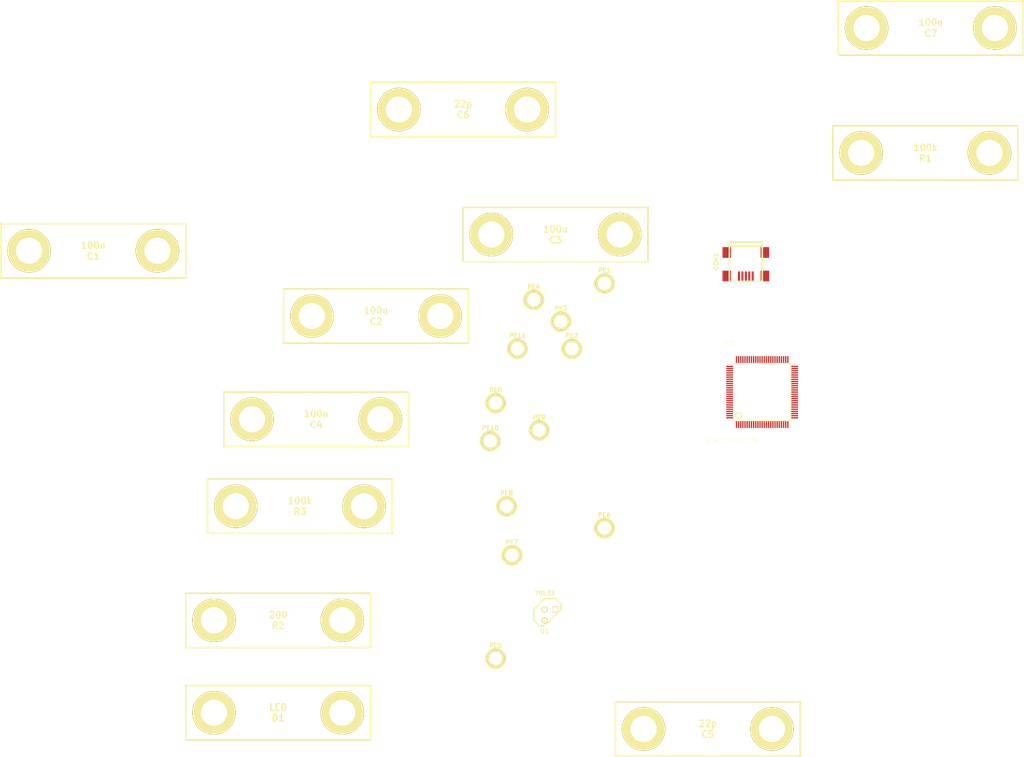
<source format=kicad_pcb>
(kicad_pcb (version 3) (host pcbnew "(2013-may-18)-stable")

  (general
    (links 44)
    (no_connects 44)
    (area 71.945499 78.295499 357.314501 255.714501)
    (thickness 1.6)
    (drawings 0)
    (tracks 0)
    (zones 0)
    (modules 26)
    (nets 25)
  )

  (page A3)
  (layers
    (15 F.Cu signal)
    (0 B.Cu signal)
    (16 B.Adhes user)
    (17 F.Adhes user)
    (18 B.Paste user)
    (19 F.Paste user)
    (20 B.SilkS user)
    (21 F.SilkS user)
    (22 B.Mask user)
    (23 F.Mask user)
    (24 Dwgs.User user)
    (25 Cmts.User user)
    (26 Eco1.User user)
    (27 Eco2.User user)
    (28 Edge.Cuts user)
  )

  (setup
    (last_trace_width 0.254)
    (trace_clearance 0.254)
    (zone_clearance 0.508)
    (zone_45_only no)
    (trace_min 0.254)
    (segment_width 0.2)
    (edge_width 0.1)
    (via_size 0.889)
    (via_drill 0.635)
    (via_min_size 0.889)
    (via_min_drill 0.508)
    (uvia_size 0.508)
    (uvia_drill 0.127)
    (uvias_allowed no)
    (uvia_min_size 0.508)
    (uvia_min_drill 0.127)
    (pcb_text_width 0.3)
    (pcb_text_size 1.5 1.5)
    (mod_edge_width 0.15)
    (mod_text_size 1 1)
    (mod_text_width 0.15)
    (pad_size 1.5 1.5)
    (pad_drill 0.6)
    (pad_to_mask_clearance 0)
    (aux_axis_origin 0 0)
    (visible_elements FFFFFFBF)
    (pcbplotparams
      (layerselection 3178497)
      (usegerberextensions true)
      (excludeedgelayer true)
      (linewidth 0.150000)
      (plotframeref false)
      (viasonmask false)
      (mode 1)
      (useauxorigin false)
      (hpglpennumber 1)
      (hpglpenspeed 20)
      (hpglpendiameter 15)
      (hpglpenoverlay 2)
      (psnegative false)
      (psa4output false)
      (plotreference true)
      (plotvalue true)
      (plotothertext true)
      (plotinvisibletext false)
      (padsonsilk false)
      (subtractmaskfromsilk false)
      (outputformat 1)
      (mirror false)
      (drillshape 1)
      (scaleselection 1)
      (outputdirectory ""))
  )

  (net 0 "")
  (net 1 GND)
  (net 2 N-000001)
  (net 3 N-0000010)
  (net 4 N-0000011)
  (net 5 N-0000012)
  (net 6 N-0000013)
  (net 7 N-0000014)
  (net 8 N-0000015)
  (net 9 N-0000016)
  (net 10 N-0000018)
  (net 11 N-0000019)
  (net 12 N-0000020)
  (net 13 N-0000021)
  (net 14 N-0000023)
  (net 15 N-0000024)
  (net 16 N-000004)
  (net 17 N-0000045)
  (net 18 N-000005)
  (net 19 N-000006)
  (net 20 N-000007)
  (net 21 N-000008)
  (net 22 N-000009)
  (net 23 USB_DM)
  (net 24 USB_DP)

  (net_class Default "This is the default net class."
    (clearance 0.254)
    (trace_width 0.254)
    (via_dia 0.889)
    (via_drill 0.635)
    (uvia_dia 0.508)
    (uvia_drill 0.127)
    (add_net "")
    (add_net GND)
    (add_net N-000001)
    (add_net N-0000010)
    (add_net N-0000011)
    (add_net N-0000012)
    (add_net N-0000013)
    (add_net N-0000014)
    (add_net N-0000015)
    (add_net N-0000016)
    (add_net N-0000018)
    (add_net N-0000019)
    (add_net N-0000020)
    (add_net N-0000021)
    (add_net N-0000023)
    (add_net N-0000024)
    (add_net N-000004)
    (add_net N-0000045)
    (add_net N-000005)
    (add_net N-000006)
    (add_net N-000007)
    (add_net N-000008)
    (add_net N-000009)
    (add_net USB_DM)
    (add_net USB_DP)
  )

  (module USB_MINI_B (layer F.Cu) (tedit 505F99F2) (tstamp 588599FD)
    (at 246.38 139.7 270)
    (descr "USB Mini-B 5-pin SMD connector")
    (tags "USB, Mini-B, connector")
    (path /5883EC2D)
    (fp_text reference CON1 (at 0 6.90118 270) (layer F.SilkS)
      (effects (font (size 1.016 1.016) (thickness 0.2032)))
    )
    (fp_text value USB-MINI-B (at 0 -7.0993 270) (layer F.SilkS) hide
      (effects (font (size 1.016 1.016) (thickness 0.2032)))
    )
    (fp_line (start -3.59918 -3.85064) (end -3.59918 3.85064) (layer F.SilkS) (width 0.381))
    (fp_line (start -4.59994 -3.85064) (end -4.59994 3.85064) (layer F.SilkS) (width 0.381))
    (fp_line (start -4.59994 3.85064) (end 4.59994 3.85064) (layer F.SilkS) (width 0.381))
    (fp_line (start 4.59994 3.85064) (end 4.59994 -3.85064) (layer F.SilkS) (width 0.381))
    (fp_line (start 4.59994 -3.85064) (end -4.59994 -3.85064) (layer F.SilkS) (width 0.381))
    (pad 1 smd rect (at 3.44932 -1.6002 270) (size 2.30124 0.50038)
      (layers F.Cu F.Paste F.Mask)
      (net 14 N-0000023)
    )
    (pad 2 smd rect (at 3.44932 -0.8001 270) (size 2.30124 0.50038)
      (layers F.Cu F.Paste F.Mask)
      (net 23 USB_DM)
    )
    (pad 3 smd rect (at 3.44932 0 270) (size 2.30124 0.50038)
      (layers F.Cu F.Paste F.Mask)
      (net 24 USB_DP)
    )
    (pad 4 smd rect (at 3.44932 0.8001 270) (size 2.30124 0.50038)
      (layers F.Cu F.Paste F.Mask)
    )
    (pad 5 smd rect (at 3.44932 1.6002 270) (size 2.30124 0.50038)
      (layers F.Cu F.Paste F.Mask)
      (net 1 GND)
    )
    (pad 6 smd rect (at 3.35026 -4.45008 270) (size 2.49936 1.99898)
      (layers F.Cu F.Paste F.Mask)
    )
    (pad 7 smd rect (at -2.14884 -4.45008 270) (size 2.49936 1.99898)
      (layers F.Cu F.Paste F.Mask)
    )
    (pad 8 smd rect (at 3.35026 4.45008 270) (size 2.49936 1.99898)
      (layers F.Cu F.Paste F.Mask)
    )
    (pad 9 smd rect (at -2.14884 4.45008 270) (size 2.49936 1.99898)
      (layers F.Cu F.Paste F.Mask)
    )
    (pad "" np_thru_hole circle (at 0.8509 -2.19964 270) (size 0.89916 0.89916) (drill 0.89916)
      (layers *.Cu *.Mask F.SilkS)
    )
    (pad 2 np_thru_hole circle (at 0.8509 2.19964 270) (size 0.89916 0.89916) (drill 0.89916)
      (layers *.Cu *.Mask F.SilkS)
      (net 23 USB_DM)
    )
  )

  (module TO92 (layer F.Cu) (tedit 443CFFD1) (tstamp 58859A0C)
    (at 200.66 222.25)
    (descr "Transistor TO92 brochage type BC237")
    (tags "TR TO92")
    (path /588501DC)
    (fp_text reference U1 (at -1.27 3.81) (layer F.SilkS)
      (effects (font (size 1.016 1.016) (thickness 0.2032)))
    )
    (fp_text value 78L33 (at -1.27 -5.08) (layer F.SilkS)
      (effects (font (size 1.016 1.016) (thickness 0.2032)))
    )
    (fp_line (start -1.27 2.54) (end 2.54 -1.27) (layer F.SilkS) (width 0.3048))
    (fp_line (start 2.54 -1.27) (end 2.54 -2.54) (layer F.SilkS) (width 0.3048))
    (fp_line (start 2.54 -2.54) (end 1.27 -3.81) (layer F.SilkS) (width 0.3048))
    (fp_line (start 1.27 -3.81) (end -1.27 -3.81) (layer F.SilkS) (width 0.3048))
    (fp_line (start -1.27 -3.81) (end -3.81 -1.27) (layer F.SilkS) (width 0.3048))
    (fp_line (start -3.81 -1.27) (end -3.81 1.27) (layer F.SilkS) (width 0.3048))
    (fp_line (start -3.81 1.27) (end -2.54 2.54) (layer F.SilkS) (width 0.3048))
    (fp_line (start -2.54 2.54) (end -1.27 2.54) (layer F.SilkS) (width 0.3048))
    (pad 1 thru_hole rect (at 1.27 -1.27) (size 1.397 1.397) (drill 0.8128)
      (layers *.Cu *.Mask F.SilkS)
    )
    (pad 2 thru_hole circle (at -1.27 -1.27) (size 1.397 1.397) (drill 0.8128)
      (layers *.Cu *.Mask F.SilkS)
    )
    (pad 3 thru_hole circle (at -1.27 1.27) (size 1.397 1.397) (drill 0.8128)
      (layers *.Cu *.Mask F.SilkS)
    )
    (model discret/to98.wrl
      (at (xyz 0 0 0))
      (scale (xyz 1 1 1))
      (rotate (xyz 0 0 0))
    )
  )

  (module QFP50P1600X1600X160-100N (layer F.Cu) (tedit 0) (tstamp 58859AE1)
    (at 250.19 170.18)
    (path /5883E13E)
    (solder_mask_margin 0.1)
    (attr smd)
    (fp_text reference IC1 (at -7.62 -11.43) (layer F.SilkS)
      (effects (font (size 1 1) (thickness 0.05)))
    )
    (fp_text value STM32F407VGT6 (at -6.985 11.43) (layer F.SilkS)
      (effects (font (size 1 1) (thickness 0.05)))
    )
    (fp_line (start -6.91 6.91) (end 6.91 6.91) (layer Dwgs.User) (width 0.2032))
    (fp_line (start 6.91 6.91) (end 6.91 -6.91) (layer Dwgs.User) (width 0.2032))
    (fp_line (start 6.91 -6.91) (end -6.91 -6.91) (layer Dwgs.User) (width 0.2032))
    (fp_line (start -6.91 -6.91) (end -6.91 6.91) (layer Dwgs.User) (width 0.2032))
    (fp_line (start -6.72 -6.71) (end 6.71 -6.71) (layer F.SilkS) (width 0.2032))
    (fp_line (start 6.71 -6.71) (end 6.71 6.71) (layer F.SilkS) (width 0.2032))
    (fp_line (start 6.71 6.71) (end -6.72 6.71) (layer F.SilkS) (width 0.2032))
    (fp_line (start -6.72 6.71) (end -6.72 -6.71) (layer F.SilkS) (width 0.2032))
    (fp_circle (center -5.5001 5.5001) (end -4.7501 5.5001) (layer F.SilkS) (width 0.254))
    (fp_poly (pts (xy -6.1501 6.9499) (xy -5.8499 6.9499) (xy -5.8499 7.8999) (xy -6.1501 7.8999)) (layer Dwgs.User) (width 0.381))
    (fp_poly (pts (xy -5.65 6.9499) (xy -5.35 6.9499) (xy -5.35 7.8999) (xy -5.65 7.8999)) (layer Dwgs.User) (width 0.381))
    (fp_poly (pts (xy -5.1501 6.9499) (xy -4.8499 6.9499) (xy -4.8499 7.8999) (xy -5.1501 7.8999)) (layer Dwgs.User) (width 0.381))
    (fp_poly (pts (xy -4.65 6.9499) (xy -4.35 6.9499) (xy -4.35 7.8999) (xy -4.65 7.8999)) (layer Dwgs.User) (width 0.381))
    (fp_poly (pts (xy -4.1501 6.9499) (xy -3.8499 6.9499) (xy -3.8499 7.8999) (xy -4.1501 7.8999)) (layer Dwgs.User) (width 0.381))
    (fp_poly (pts (xy -3.65 6.9499) (xy -3.35 6.9499) (xy -3.35 7.8999) (xy -3.65 7.8999)) (layer Dwgs.User) (width 0.381))
    (fp_poly (pts (xy -3.1501 6.9499) (xy -2.8499 6.9499) (xy -2.8499 7.8999) (xy -3.1501 7.8999)) (layer Dwgs.User) (width 0.381))
    (fp_poly (pts (xy -2.65 6.9499) (xy -2.35 6.9499) (xy -2.35 7.8999) (xy -2.65 7.8999)) (layer Dwgs.User) (width 0.381))
    (fp_poly (pts (xy -2.1501 6.9499) (xy -1.8499 6.9499) (xy -1.8499 7.8999) (xy -2.1501 7.8999)) (layer Dwgs.User) (width 0.381))
    (fp_poly (pts (xy -1.65 6.9499) (xy -1.35 6.9499) (xy -1.35 7.8999) (xy -1.65 7.8999)) (layer Dwgs.User) (width 0.381))
    (fp_poly (pts (xy -1.1501 6.9499) (xy -0.8499 6.9499) (xy -0.8499 7.8999) (xy -1.1501 7.8999)) (layer Dwgs.User) (width 0.381))
    (fp_poly (pts (xy -0.65 6.9499) (xy -0.35 6.9499) (xy -0.35 7.8999) (xy -0.65 7.8999)) (layer Dwgs.User) (width 0.381))
    (fp_poly (pts (xy -0.1501 6.9499) (xy 0.1501 6.9499) (xy 0.1501 7.8999) (xy -0.1501 7.8999)) (layer Dwgs.User) (width 0.381))
    (fp_poly (pts (xy 0.35 6.9499) (xy 0.65 6.9499) (xy 0.65 7.8999) (xy 0.35 7.8999)) (layer Dwgs.User) (width 0.381))
    (fp_poly (pts (xy 0.8499 6.9499) (xy 1.1501 6.9499) (xy 1.1501 7.8999) (xy 0.8499 7.8999)) (layer Dwgs.User) (width 0.381))
    (fp_poly (pts (xy 1.35 6.9499) (xy 1.65 6.9499) (xy 1.65 7.8999) (xy 1.35 7.8999)) (layer Dwgs.User) (width 0.381))
    (fp_poly (pts (xy 1.8499 6.9499) (xy 2.1501 6.9499) (xy 2.1501 7.8999) (xy 1.8499 7.8999)) (layer Dwgs.User) (width 0.381))
    (fp_poly (pts (xy 2.35 6.9499) (xy 2.65 6.9499) (xy 2.65 7.8999) (xy 2.35 7.8999)) (layer Dwgs.User) (width 0.381))
    (fp_poly (pts (xy 2.8499 6.9499) (xy 3.1501 6.9499) (xy 3.1501 7.8999) (xy 2.8499 7.8999)) (layer Dwgs.User) (width 0.381))
    (fp_poly (pts (xy 3.35 6.9499) (xy 3.65 6.9499) (xy 3.65 7.8999) (xy 3.35 7.8999)) (layer Dwgs.User) (width 0.381))
    (fp_poly (pts (xy 3.8499 6.9499) (xy 4.1501 6.9499) (xy 4.1501 7.8999) (xy 3.8499 7.8999)) (layer Dwgs.User) (width 0.381))
    (fp_poly (pts (xy 4.35 6.9499) (xy 4.65 6.9499) (xy 4.65 7.8999) (xy 4.35 7.8999)) (layer Dwgs.User) (width 0.381))
    (fp_poly (pts (xy 4.8499 6.9499) (xy 5.1501 6.9499) (xy 5.1501 7.8999) (xy 4.8499 7.8999)) (layer Dwgs.User) (width 0.381))
    (fp_poly (pts (xy 5.35 6.9499) (xy 5.65 6.9499) (xy 5.65 7.8999) (xy 5.35 7.8999)) (layer Dwgs.User) (width 0.381))
    (fp_poly (pts (xy 5.8499 6.9499) (xy 6.1501 6.9499) (xy 6.1501 7.8999) (xy 5.8499 7.8999)) (layer Dwgs.User) (width 0.381))
    (fp_poly (pts (xy 6.9499 5.8499) (xy 7.8999 5.8499) (xy 7.8999 6.1501) (xy 6.9499 6.1501)) (layer Dwgs.User) (width 0.381))
    (fp_poly (pts (xy 6.9499 5.35) (xy 7.8999 5.35) (xy 7.8999 5.65) (xy 6.9499 5.65)) (layer Dwgs.User) (width 0.381))
    (fp_poly (pts (xy 6.9499 4.8499) (xy 7.8999 4.8499) (xy 7.8999 5.1501) (xy 6.9499 5.1501)) (layer Dwgs.User) (width 0.381))
    (fp_poly (pts (xy 6.9499 4.35) (xy 7.8999 4.35) (xy 7.8999 4.65) (xy 6.9499 4.65)) (layer Dwgs.User) (width 0.381))
    (fp_poly (pts (xy 6.9499 3.8499) (xy 7.8999 3.8499) (xy 7.8999 4.1501) (xy 6.9499 4.1501)) (layer Dwgs.User) (width 0.381))
    (fp_poly (pts (xy 6.9499 3.35) (xy 7.8999 3.35) (xy 7.8999 3.65) (xy 6.9499 3.65)) (layer Dwgs.User) (width 0.381))
    (fp_poly (pts (xy 6.9499 2.8499) (xy 7.8999 2.8499) (xy 7.8999 3.1501) (xy 6.9499 3.1501)) (layer Dwgs.User) (width 0.381))
    (fp_poly (pts (xy 6.9499 2.35) (xy 7.8999 2.35) (xy 7.8999 2.65) (xy 6.9499 2.65)) (layer Dwgs.User) (width 0.381))
    (fp_poly (pts (xy 6.9499 1.8499) (xy 7.8999 1.8499) (xy 7.8999 2.1501) (xy 6.9499 2.1501)) (layer Dwgs.User) (width 0.381))
    (fp_poly (pts (xy 6.9499 1.35) (xy 7.8999 1.35) (xy 7.8999 1.65) (xy 6.9499 1.65)) (layer Dwgs.User) (width 0.381))
    (fp_poly (pts (xy 6.9499 0.8499) (xy 7.8999 0.8499) (xy 7.8999 1.1501) (xy 6.9499 1.1501)) (layer Dwgs.User) (width 0.381))
    (fp_poly (pts (xy 6.9499 0.35) (xy 7.8999 0.35) (xy 7.8999 0.65) (xy 6.9499 0.65)) (layer Dwgs.User) (width 0.381))
    (fp_poly (pts (xy 6.9499 -0.1501) (xy 7.8999 -0.1501) (xy 7.8999 0.1501) (xy 6.9499 0.1501)) (layer Dwgs.User) (width 0.381))
    (fp_poly (pts (xy 6.9499 -0.65) (xy 7.8999 -0.65) (xy 7.8999 -0.35) (xy 6.9499 -0.35)) (layer Dwgs.User) (width 0.381))
    (fp_poly (pts (xy 6.9499 -1.1501) (xy 7.8999 -1.1501) (xy 7.8999 -0.8499) (xy 6.9499 -0.8499)) (layer Dwgs.User) (width 0.381))
    (fp_poly (pts (xy 6.9499 -1.65) (xy 7.8999 -1.65) (xy 7.8999 -1.35) (xy 6.9499 -1.35)) (layer Dwgs.User) (width 0.381))
    (fp_poly (pts (xy 6.9499 -2.1501) (xy 7.8999 -2.1501) (xy 7.8999 -1.8499) (xy 6.9499 -1.8499)) (layer Dwgs.User) (width 0.381))
    (fp_poly (pts (xy 6.9499 -2.65) (xy 7.8999 -2.65) (xy 7.8999 -2.35) (xy 6.9499 -2.35)) (layer Dwgs.User) (width 0.381))
    (fp_poly (pts (xy 6.9499 -3.1501) (xy 7.8999 -3.1501) (xy 7.8999 -2.8499) (xy 6.9499 -2.8499)) (layer Dwgs.User) (width 0.381))
    (fp_poly (pts (xy 6.9499 -3.65) (xy 7.8999 -3.65) (xy 7.8999 -3.35) (xy 6.9499 -3.35)) (layer Dwgs.User) (width 0.381))
    (fp_poly (pts (xy 6.9499 -4.1501) (xy 7.8999 -4.1501) (xy 7.8999 -3.8499) (xy 6.9499 -3.8499)) (layer Dwgs.User) (width 0.381))
    (fp_poly (pts (xy 6.9499 -4.65) (xy 7.8999 -4.65) (xy 7.8999 -4.35) (xy 6.9499 -4.35)) (layer Dwgs.User) (width 0.381))
    (fp_poly (pts (xy 6.9499 -5.1501) (xy 7.8999 -5.1501) (xy 7.8999 -4.8499) (xy 6.9499 -4.8499)) (layer Dwgs.User) (width 0.381))
    (fp_poly (pts (xy 6.9499 -5.65) (xy 7.8999 -5.65) (xy 7.8999 -5.35) (xy 6.9499 -5.35)) (layer Dwgs.User) (width 0.381))
    (fp_poly (pts (xy 6.9499 -6.1501) (xy 7.8999 -6.1501) (xy 7.8999 -5.8499) (xy 6.9499 -5.8499)) (layer Dwgs.User) (width 0.381))
    (fp_poly (pts (xy 5.8499 -7.8999) (xy 6.1501 -7.8999) (xy 6.1501 -6.9499) (xy 5.8499 -6.9499)) (layer Dwgs.User) (width 0.381))
    (fp_poly (pts (xy 5.35 -7.8999) (xy 5.65 -7.8999) (xy 5.65 -6.9499) (xy 5.35 -6.9499)) (layer Dwgs.User) (width 0.381))
    (fp_poly (pts (xy 4.8499 -7.8999) (xy 5.1501 -7.8999) (xy 5.1501 -6.9499) (xy 4.8499 -6.9499)) (layer Dwgs.User) (width 0.381))
    (fp_poly (pts (xy 4.35 -7.8999) (xy 4.65 -7.8999) (xy 4.65 -6.9499) (xy 4.35 -6.9499)) (layer Dwgs.User) (width 0.381))
    (fp_poly (pts (xy 3.8499 -7.8999) (xy 4.1501 -7.8999) (xy 4.1501 -6.9499) (xy 3.8499 -6.9499)) (layer Dwgs.User) (width 0.381))
    (fp_poly (pts (xy 3.35 -7.8999) (xy 3.65 -7.8999) (xy 3.65 -6.9499) (xy 3.35 -6.9499)) (layer Dwgs.User) (width 0.381))
    (fp_poly (pts (xy 2.8499 -7.8999) (xy 3.1501 -7.8999) (xy 3.1501 -6.9499) (xy 2.8499 -6.9499)) (layer Dwgs.User) (width 0.381))
    (fp_poly (pts (xy 2.35 -7.8999) (xy 2.65 -7.8999) (xy 2.65 -6.9499) (xy 2.35 -6.9499)) (layer Dwgs.User) (width 0.381))
    (fp_poly (pts (xy 1.8499 -7.8999) (xy 2.1501 -7.8999) (xy 2.1501 -6.9499) (xy 1.8499 -6.9499)) (layer Dwgs.User) (width 0.381))
    (fp_poly (pts (xy 1.35 -7.8999) (xy 1.65 -7.8999) (xy 1.65 -6.9499) (xy 1.35 -6.9499)) (layer Dwgs.User) (width 0.381))
    (fp_poly (pts (xy 0.8499 -7.8999) (xy 1.1501 -7.8999) (xy 1.1501 -6.9499) (xy 0.8499 -6.9499)) (layer Dwgs.User) (width 0.381))
    (fp_poly (pts (xy 0.35 -7.8999) (xy 0.65 -7.8999) (xy 0.65 -6.9499) (xy 0.35 -6.9499)) (layer Dwgs.User) (width 0.381))
    (fp_poly (pts (xy -0.1501 -7.8999) (xy 0.1501 -7.8999) (xy 0.1501 -6.9499) (xy -0.1501 -6.9499)) (layer Dwgs.User) (width 0.381))
    (fp_poly (pts (xy -0.65 -7.8999) (xy -0.35 -7.8999) (xy -0.35 -6.9499) (xy -0.65 -6.9499)) (layer Dwgs.User) (width 0.381))
    (fp_poly (pts (xy -1.1501 -7.8999) (xy -0.8499 -7.8999) (xy -0.8499 -6.9499) (xy -1.1501 -6.9499)) (layer Dwgs.User) (width 0.381))
    (fp_poly (pts (xy -1.65 -7.8999) (xy -1.35 -7.8999) (xy -1.35 -6.9499) (xy -1.65 -6.9499)) (layer Dwgs.User) (width 0.381))
    (fp_poly (pts (xy -2.1501 -7.8999) (xy -1.8499 -7.8999) (xy -1.8499 -6.9499) (xy -2.1501 -6.9499)) (layer Dwgs.User) (width 0.381))
    (fp_poly (pts (xy -2.65 -7.8999) (xy -2.35 -7.8999) (xy -2.35 -6.9499) (xy -2.65 -6.9499)) (layer Dwgs.User) (width 0.381))
    (fp_poly (pts (xy -3.1501 -7.8999) (xy -2.8499 -7.8999) (xy -2.8499 -6.9499) (xy -3.1501 -6.9499)) (layer Dwgs.User) (width 0.381))
    (fp_poly (pts (xy -3.65 -7.8999) (xy -3.35 -7.8999) (xy -3.35 -6.9499) (xy -3.65 -6.9499)) (layer Dwgs.User) (width 0.381))
    (fp_poly (pts (xy -4.1501 -7.8999) (xy -3.8499 -7.8999) (xy -3.8499 -6.9499) (xy -4.1501 -6.9499)) (layer Dwgs.User) (width 0.381))
    (fp_poly (pts (xy -4.65 -7.8999) (xy -4.35 -7.8999) (xy -4.35 -6.9499) (xy -4.65 -6.9499)) (layer Dwgs.User) (width 0.381))
    (fp_poly (pts (xy -5.1501 -7.8999) (xy -4.8499 -7.8999) (xy -4.8499 -6.9499) (xy -5.1501 -6.9499)) (layer Dwgs.User) (width 0.381))
    (fp_poly (pts (xy -5.65 -7.8999) (xy -5.35 -7.8999) (xy -5.35 -6.9499) (xy -5.65 -6.9499)) (layer Dwgs.User) (width 0.381))
    (fp_poly (pts (xy -6.1501 -7.8999) (xy -5.8499 -7.8999) (xy -5.8499 -6.9499) (xy -6.1501 -6.9499)) (layer Dwgs.User) (width 0.381))
    (fp_poly (pts (xy -7.8999 -6.1501) (xy -6.9499 -6.1501) (xy -6.9499 -5.8499) (xy -7.8999 -5.8499)) (layer Dwgs.User) (width 0.381))
    (fp_poly (pts (xy -7.8999 -5.65) (xy -6.9499 -5.65) (xy -6.9499 -5.35) (xy -7.8999 -5.35)) (layer Dwgs.User) (width 0.381))
    (fp_poly (pts (xy -7.8999 -5.1501) (xy -6.9499 -5.1501) (xy -6.9499 -4.8499) (xy -7.8999 -4.8499)) (layer Dwgs.User) (width 0.381))
    (fp_poly (pts (xy -7.8999 -4.65) (xy -6.9499 -4.65) (xy -6.9499 -4.35) (xy -7.8999 -4.35)) (layer Dwgs.User) (width 0.381))
    (fp_poly (pts (xy -7.8999 -4.1501) (xy -6.9499 -4.1501) (xy -6.9499 -3.8499) (xy -7.8999 -3.8499)) (layer Dwgs.User) (width 0.381))
    (fp_poly (pts (xy -7.8999 -3.65) (xy -6.9499 -3.65) (xy -6.9499 -3.35) (xy -7.8999 -3.35)) (layer Dwgs.User) (width 0.381))
    (fp_poly (pts (xy -7.8999 -3.1501) (xy -6.9499 -3.1501) (xy -6.9499 -2.8499) (xy -7.8999 -2.8499)) (layer Dwgs.User) (width 0.381))
    (fp_poly (pts (xy -7.8999 -2.65) (xy -6.9499 -2.65) (xy -6.9499 -2.35) (xy -7.8999 -2.35)) (layer Dwgs.User) (width 0.381))
    (fp_poly (pts (xy -7.8999 -2.1501) (xy -6.9499 -2.1501) (xy -6.9499 -1.8499) (xy -7.8999 -1.8499)) (layer Dwgs.User) (width 0.381))
    (fp_poly (pts (xy -7.8999 -1.65) (xy -6.9499 -1.65) (xy -6.9499 -1.35) (xy -7.8999 -1.35)) (layer Dwgs.User) (width 0.381))
    (fp_poly (pts (xy -7.8999 -1.1501) (xy -6.9499 -1.1501) (xy -6.9499 -0.8499) (xy -7.8999 -0.8499)) (layer Dwgs.User) (width 0.381))
    (fp_poly (pts (xy -7.8999 -0.65) (xy -6.9499 -0.65) (xy -6.9499 -0.35) (xy -7.8999 -0.35)) (layer Dwgs.User) (width 0.381))
    (fp_poly (pts (xy -7.8999 -0.1501) (xy -6.9499 -0.1501) (xy -6.9499 0.1501) (xy -7.8999 0.1501)) (layer Dwgs.User) (width 0.381))
    (fp_poly (pts (xy -7.8999 0.35) (xy -6.9499 0.35) (xy -6.9499 0.65) (xy -7.8999 0.65)) (layer Dwgs.User) (width 0.381))
    (fp_poly (pts (xy -7.8999 0.8499) (xy -6.9499 0.8499) (xy -6.9499 1.1501) (xy -7.8999 1.1501)) (layer Dwgs.User) (width 0.381))
    (fp_poly (pts (xy -7.8999 1.35) (xy -6.9499 1.35) (xy -6.9499 1.65) (xy -7.8999 1.65)) (layer Dwgs.User) (width 0.381))
    (fp_poly (pts (xy -7.8999 1.8499) (xy -6.9499 1.8499) (xy -6.9499 2.1501) (xy -7.8999 2.1501)) (layer Dwgs.User) (width 0.381))
    (fp_poly (pts (xy -7.8999 2.35) (xy -6.9499 2.35) (xy -6.9499 2.65) (xy -7.8999 2.65)) (layer Dwgs.User) (width 0.381))
    (fp_poly (pts (xy -7.8999 2.8499) (xy -6.9499 2.8499) (xy -6.9499 3.1501) (xy -7.8999 3.1501)) (layer Dwgs.User) (width 0.381))
    (fp_poly (pts (xy -7.8999 3.35) (xy -6.9499 3.35) (xy -6.9499 3.65) (xy -7.8999 3.65)) (layer Dwgs.User) (width 0.381))
    (fp_poly (pts (xy -7.8999 3.8499) (xy -6.9499 3.8499) (xy -6.9499 4.1501) (xy -7.8999 4.1501)) (layer Dwgs.User) (width 0.381))
    (fp_poly (pts (xy -7.8999 4.35) (xy -6.9499 4.35) (xy -6.9499 4.65) (xy -7.8999 4.65)) (layer Dwgs.User) (width 0.381))
    (fp_poly (pts (xy -7.8999 4.8499) (xy -6.9499 4.8499) (xy -6.9499 5.1501) (xy -7.8999 5.1501)) (layer Dwgs.User) (width 0.381))
    (fp_poly (pts (xy -7.8999 5.35) (xy -6.9499 5.35) (xy -6.9499 5.65) (xy -7.8999 5.65)) (layer Dwgs.User) (width 0.381))
    (fp_poly (pts (xy -7.8999 5.8499) (xy -6.9499 5.8499) (xy -6.9499 6.1501) (xy -7.8999 6.1501)) (layer Dwgs.User) (width 0.381))
    (pad 1 smd rect (at -6 7.6) (size 0.3 1.6)
      (layers F.Cu F.Paste F.Mask)
      (net 2 N-000001)
      (solder_mask_margin 0.2)
    )
    (pad 2 smd rect (at -5.5 7.6) (size 0.3 1.6)
      (layers F.Cu F.Paste F.Mask)
      (net 21 N-000008)
      (solder_mask_margin 0.2)
    )
    (pad 3 smd rect (at -5 7.6) (size 0.3 1.6)
      (layers F.Cu F.Paste F.Mask)
      (net 22 N-000009)
      (solder_mask_margin 0.2)
    )
    (pad 4 smd rect (at -4.5 7.6) (size 0.3 1.6)
      (layers F.Cu F.Paste F.Mask)
      (net 3 N-0000010)
      (solder_mask_margin 0.2)
    )
    (pad 5 smd rect (at -4 7.6) (size 0.3 1.6)
      (layers F.Cu F.Paste F.Mask)
      (net 4 N-0000011)
      (solder_mask_margin 0.2)
    )
    (pad 6 smd rect (at -3.5 7.6) (size 0.3 1.6)
      (layers F.Cu F.Paste F.Mask)
      (net 15 N-0000024)
      (solder_mask_margin 0.2)
    )
    (pad 7 smd rect (at -3 7.6) (size 0.3 1.6)
      (layers F.Cu F.Paste F.Mask)
      (solder_mask_margin 0.2)
    )
    (pad 8 smd rect (at -2.5 7.6) (size 0.3 1.6)
      (layers F.Cu F.Paste F.Mask)
      (solder_mask_margin 0.2)
    )
    (pad 9 smd rect (at -2 7.6) (size 0.3 1.6)
      (layers F.Cu F.Paste F.Mask)
      (solder_mask_margin 0.2)
    )
    (pad 10 smd rect (at -1.5 7.6) (size 0.3 1.6)
      (layers F.Cu F.Paste F.Mask)
      (net 17 N-0000045)
      (solder_mask_margin 0.2)
    )
    (pad 11 smd rect (at -1 7.6) (size 0.3 1.6)
      (layers F.Cu F.Paste F.Mask)
      (net 15 N-0000024)
      (solder_mask_margin 0.2)
    )
    (pad 12 smd rect (at -0.5 7.6) (size 0.3 1.6)
      (layers F.Cu F.Paste F.Mask)
      (solder_mask_margin 0.2)
    )
    (pad 13 smd rect (at 0 7.6) (size 0.3 1.6)
      (layers F.Cu F.Paste F.Mask)
      (solder_mask_margin 0.2)
    )
    (pad 14 smd rect (at 0.5 7.6) (size 0.3 1.6)
      (layers F.Cu F.Paste F.Mask)
      (net 12 N-0000020)
      (solder_mask_margin 0.2)
    )
    (pad 15 smd rect (at 1 7.6) (size 0.3 1.6)
      (layers F.Cu F.Paste F.Mask)
      (solder_mask_margin 0.2)
    )
    (pad 16 smd rect (at 1.5 7.6) (size 0.3 1.6)
      (layers F.Cu F.Paste F.Mask)
      (solder_mask_margin 0.2)
    )
    (pad 17 smd rect (at 2 7.6) (size 0.3 1.6)
      (layers F.Cu F.Paste F.Mask)
      (solder_mask_margin 0.2)
    )
    (pad 18 smd rect (at 2.5 7.6) (size 0.3 1.6)
      (layers F.Cu F.Paste F.Mask)
      (solder_mask_margin 0.2)
    )
    (pad 19 smd rect (at 3 7.6) (size 0.3 1.6)
      (layers F.Cu F.Paste F.Mask)
      (net 15 N-0000024)
      (solder_mask_margin 0.2)
    )
    (pad 20 smd rect (at 3.5 7.6) (size 0.3 1.6)
      (layers F.Cu F.Paste F.Mask)
      (solder_mask_margin 0.2)
    )
    (pad 21 smd rect (at 4 7.6) (size 0.3 1.6)
      (layers F.Cu F.Paste F.Mask)
      (solder_mask_margin 0.2)
    )
    (pad 22 smd rect (at 4.5 7.6) (size 0.3 1.6)
      (layers F.Cu F.Paste F.Mask)
      (solder_mask_margin 0.2)
    )
    (pad 23 smd rect (at 5 7.6) (size 0.3 1.6)
      (layers F.Cu F.Paste F.Mask)
      (net 16 N-000004)
      (solder_mask_margin 0.2)
    )
    (pad 24 smd rect (at 5.5 7.6) (size 0.3 1.6)
      (layers F.Cu F.Paste F.Mask)
      (solder_mask_margin 0.2)
    )
    (pad 25 smd rect (at 6 7.6) (size 0.3 1.6)
      (layers F.Cu F.Paste F.Mask)
      (solder_mask_margin 0.2)
    )
    (pad 26 smd rect (at 7.6 6) (size 1.6 0.3)
      (layers F.Cu F.Paste F.Mask)
      (solder_mask_margin 0.2)
    )
    (pad 27 smd rect (at 7.6 5.5) (size 1.6 0.3)
      (layers F.Cu F.Paste F.Mask)
      (net 17 N-0000045)
      (solder_mask_margin 0.2)
    )
    (pad 28 smd rect (at 7.6 5) (size 1.6 0.3)
      (layers F.Cu F.Paste F.Mask)
      (net 15 N-0000024)
      (solder_mask_margin 0.2)
    )
    (pad 29 smd rect (at 7.6 4.5) (size 1.6 0.3)
      (layers F.Cu F.Paste F.Mask)
      (solder_mask_margin 0.2)
    )
    (pad 30 smd rect (at 7.6 4) (size 1.6 0.3)
      (layers F.Cu F.Paste F.Mask)
      (solder_mask_margin 0.2)
    )
    (pad 31 smd rect (at 7.6 3.5) (size 1.6 0.3)
      (layers F.Cu F.Paste F.Mask)
      (solder_mask_margin 0.2)
    )
    (pad 32 smd rect (at 7.6 3) (size 1.6 0.3)
      (layers F.Cu F.Paste F.Mask)
      (solder_mask_margin 0.2)
    )
    (pad 33 smd rect (at 7.6 2.5) (size 1.6 0.3)
      (layers F.Cu F.Paste F.Mask)
      (solder_mask_margin 0.2)
    )
    (pad 34 smd rect (at 7.6 2) (size 1.6 0.3)
      (layers F.Cu F.Paste F.Mask)
      (solder_mask_margin 0.2)
    )
    (pad 35 smd rect (at 7.6 1.5) (size 1.6 0.3)
      (layers F.Cu F.Paste F.Mask)
      (solder_mask_margin 0.2)
    )
    (pad 36 smd rect (at 7.6 1) (size 1.6 0.3)
      (layers F.Cu F.Paste F.Mask)
      (solder_mask_margin 0.2)
    )
    (pad 37 smd rect (at 7.6 0.5) (size 1.6 0.3)
      (layers F.Cu F.Paste F.Mask)
      (solder_mask_margin 0.2)
    )
    (pad 38 smd rect (at 7.6 0) (size 1.6 0.3)
      (layers F.Cu F.Paste F.Mask)
      (net 5 N-0000012)
      (solder_mask_margin 0.2)
    )
    (pad 39 smd rect (at 7.6 -0.5) (size 1.6 0.3)
      (layers F.Cu F.Paste F.Mask)
      (net 6 N-0000013)
      (solder_mask_margin 0.2)
    )
    (pad 40 smd rect (at 7.6 -1) (size 1.6 0.3)
      (layers F.Cu F.Paste F.Mask)
      (net 7 N-0000014)
      (solder_mask_margin 0.2)
    )
    (pad 41 smd rect (at 7.6 -1.5) (size 1.6 0.3)
      (layers F.Cu F.Paste F.Mask)
      (net 8 N-0000015)
      (solder_mask_margin 0.2)
    )
    (pad 42 smd rect (at 7.6 -2) (size 1.6 0.3)
      (layers F.Cu F.Paste F.Mask)
      (net 9 N-0000016)
      (solder_mask_margin 0.2)
    )
    (pad 43 smd rect (at 7.6 -2.5) (size 1.6 0.3)
      (layers F.Cu F.Paste F.Mask)
      (solder_mask_margin 0.2)
    )
    (pad 44 smd rect (at 7.6 -3) (size 1.6 0.3)
      (layers F.Cu F.Paste F.Mask)
      (solder_mask_margin 0.2)
    )
    (pad 45 smd rect (at 7.6 -3.5) (size 1.6 0.3)
      (layers F.Cu F.Paste F.Mask)
      (solder_mask_margin 0.2)
    )
    (pad 46 smd rect (at 7.6 -4) (size 1.6 0.3)
      (layers F.Cu F.Paste F.Mask)
      (solder_mask_margin 0.2)
    )
    (pad 47 smd rect (at 7.6 -4.5) (size 1.6 0.3)
      (layers F.Cu F.Paste F.Mask)
      (solder_mask_margin 0.2)
    )
    (pad 48 smd rect (at 7.6 -5) (size 1.6 0.3)
      (layers F.Cu F.Paste F.Mask)
      (solder_mask_margin 0.2)
    )
    (pad 49 smd rect (at 7.6 -5.5) (size 1.6 0.3)
      (layers F.Cu F.Paste F.Mask)
      (solder_mask_margin 0.2)
    )
    (pad 50 smd rect (at 7.6 -6) (size 1.6 0.3)
      (layers F.Cu F.Paste F.Mask)
      (net 15 N-0000024)
      (solder_mask_margin 0.2)
    )
    (pad 51 smd rect (at 6 -7.6) (size 0.3 1.6)
      (layers F.Cu F.Paste F.Mask)
      (solder_mask_margin 0.2)
    )
    (pad 52 smd rect (at 5.5 -7.6) (size 0.3 1.6)
      (layers F.Cu F.Paste F.Mask)
      (solder_mask_margin 0.2)
    )
    (pad 53 smd rect (at 5 -7.6) (size 0.3 1.6)
      (layers F.Cu F.Paste F.Mask)
      (solder_mask_margin 0.2)
    )
    (pad 54 smd rect (at 4.5 -7.6) (size 0.3 1.6)
      (layers F.Cu F.Paste F.Mask)
      (solder_mask_margin 0.2)
    )
    (pad 55 smd rect (at 4 -7.6) (size 0.3 1.6)
      (layers F.Cu F.Paste F.Mask)
      (solder_mask_margin 0.2)
    )
    (pad 56 smd rect (at 3.5 -7.6) (size 0.3 1.6)
      (layers F.Cu F.Paste F.Mask)
      (solder_mask_margin 0.2)
    )
    (pad 57 smd rect (at 3 -7.6) (size 0.3 1.6)
      (layers F.Cu F.Paste F.Mask)
      (solder_mask_margin 0.2)
    )
    (pad 58 smd rect (at 2.5 -7.6) (size 0.3 1.6)
      (layers F.Cu F.Paste F.Mask)
      (solder_mask_margin 0.2)
    )
    (pad 59 smd rect (at 2 -7.6) (size 0.3 1.6)
      (layers F.Cu F.Paste F.Mask)
      (solder_mask_margin 0.2)
    )
    (pad 60 smd rect (at 1.5 -7.6) (size 0.3 1.6)
      (layers F.Cu F.Paste F.Mask)
      (solder_mask_margin 0.2)
    )
    (pad 61 smd rect (at 1 -7.6) (size 0.3 1.6)
      (layers F.Cu F.Paste F.Mask)
      (solder_mask_margin 0.2)
    )
    (pad 62 smd rect (at 0.5 -7.6) (size 0.3 1.6)
      (layers F.Cu F.Paste F.Mask)
      (solder_mask_margin 0.2)
    )
    (pad 63 smd rect (at 0 -7.6) (size 0.3 1.6)
      (layers F.Cu F.Paste F.Mask)
      (solder_mask_margin 0.2)
    )
    (pad 64 smd rect (at -0.5 -7.6) (size 0.3 1.6)
      (layers F.Cu F.Paste F.Mask)
      (solder_mask_margin 0.2)
    )
    (pad 65 smd rect (at -1 -7.6) (size 0.3 1.6)
      (layers F.Cu F.Paste F.Mask)
      (solder_mask_margin 0.2)
    )
    (pad 66 smd rect (at -1.5 -7.6) (size 0.3 1.6)
      (layers F.Cu F.Paste F.Mask)
      (solder_mask_margin 0.2)
    )
    (pad 67 smd rect (at -2 -7.6) (size 0.3 1.6)
      (layers F.Cu F.Paste F.Mask)
      (solder_mask_margin 0.2)
    )
    (pad 68 smd rect (at -2.5 -7.6) (size 0.3 1.6)
      (layers F.Cu F.Paste F.Mask)
      (solder_mask_margin 0.2)
    )
    (pad 69 smd rect (at -3 -7.6) (size 0.3 1.6)
      (layers F.Cu F.Paste F.Mask)
      (solder_mask_margin 0.2)
    )
    (pad 70 smd rect (at -3.5 -7.6) (size 0.3 1.6)
      (layers F.Cu F.Paste F.Mask)
      (net 23 USB_DM)
      (solder_mask_margin 0.2)
    )
    (pad 71 smd rect (at -4 -7.6) (size 0.3 1.6)
      (layers F.Cu F.Paste F.Mask)
      (net 24 USB_DP)
      (solder_mask_margin 0.2)
    )
    (pad 72 smd rect (at -4.5 -7.6) (size 0.3 1.6)
      (layers F.Cu F.Paste F.Mask)
      (solder_mask_margin 0.2)
    )
    (pad 73 smd rect (at -5 -7.6) (size 0.3 1.6)
      (layers F.Cu F.Paste F.Mask)
      (solder_mask_margin 0.2)
    )
    (pad 74 smd rect (at -5.5 -7.6) (size 0.3 1.6)
      (layers F.Cu F.Paste F.Mask)
      (net 17 N-0000045)
      (solder_mask_margin 0.2)
    )
    (pad 75 smd rect (at -6 -7.6) (size 0.3 1.6)
      (layers F.Cu F.Paste F.Mask)
      (net 15 N-0000024)
      (solder_mask_margin 0.2)
    )
    (pad 76 smd rect (at -7.6 -6) (size 1.6 0.3)
      (layers F.Cu F.Paste F.Mask)
      (solder_mask_margin 0.2)
    )
    (pad 77 smd rect (at -7.6 -5.5) (size 1.6 0.3)
      (layers F.Cu F.Paste F.Mask)
      (solder_mask_margin 0.2)
    )
    (pad 78 smd rect (at -7.6 -5) (size 1.6 0.3)
      (layers F.Cu F.Paste F.Mask)
      (solder_mask_margin 0.2)
    )
    (pad 79 smd rect (at -7.6 -4.5) (size 1.6 0.3)
      (layers F.Cu F.Paste F.Mask)
      (solder_mask_margin 0.2)
    )
    (pad 80 smd rect (at -7.6 -4) (size 1.6 0.3)
      (layers F.Cu F.Paste F.Mask)
      (solder_mask_margin 0.2)
    )
    (pad 81 smd rect (at -7.6 -3.5) (size 1.6 0.3)
      (layers F.Cu F.Paste F.Mask)
      (net 11 N-0000019)
      (solder_mask_margin 0.2)
    )
    (pad 82 smd rect (at -7.6 -3) (size 1.6 0.3)
      (layers F.Cu F.Paste F.Mask)
      (net 10 N-0000018)
      (solder_mask_margin 0.2)
    )
    (pad 83 smd rect (at -7.6 -2.5) (size 1.6 0.3)
      (layers F.Cu F.Paste F.Mask)
      (solder_mask_margin 0.2)
    )
    (pad 84 smd rect (at -7.6 -2) (size 1.6 0.3)
      (layers F.Cu F.Paste F.Mask)
      (solder_mask_margin 0.2)
    )
    (pad 85 smd rect (at -7.6 -1.5) (size 1.6 0.3)
      (layers F.Cu F.Paste F.Mask)
      (solder_mask_margin 0.2)
    )
    (pad 86 smd rect (at -7.6 -1) (size 1.6 0.3)
      (layers F.Cu F.Paste F.Mask)
      (solder_mask_margin 0.2)
    )
    (pad 87 smd rect (at -7.6 -0.5) (size 1.6 0.3)
      (layers F.Cu F.Paste F.Mask)
      (solder_mask_margin 0.2)
    )
    (pad 88 smd rect (at -7.6 0) (size 1.6 0.3)
      (layers F.Cu F.Paste F.Mask)
      (solder_mask_margin 0.2)
    )
    (pad 89 smd rect (at -7.6 0.5) (size 1.6 0.3)
      (layers F.Cu F.Paste F.Mask)
      (solder_mask_margin 0.2)
    )
    (pad 90 smd rect (at -7.6 1) (size 1.6 0.3)
      (layers F.Cu F.Paste F.Mask)
      (solder_mask_margin 0.2)
    )
    (pad 91 smd rect (at -7.6 1.5) (size 1.6 0.3)
      (layers F.Cu F.Paste F.Mask)
      (solder_mask_margin 0.2)
    )
    (pad 92 smd rect (at -7.6 2) (size 1.6 0.3)
      (layers F.Cu F.Paste F.Mask)
      (solder_mask_margin 0.2)
    )
    (pad 93 smd rect (at -7.6 2.5) (size 1.6 0.3)
      (layers F.Cu F.Paste F.Mask)
      (solder_mask_margin 0.2)
    )
    (pad 94 smd rect (at -7.6 3) (size 1.6 0.3)
      (layers F.Cu F.Paste F.Mask)
      (net 13 N-0000021)
      (solder_mask_margin 0.2)
    )
    (pad 95 smd rect (at -7.6 3.5) (size 1.6 0.3)
      (layers F.Cu F.Paste F.Mask)
      (solder_mask_margin 0.2)
    )
    (pad 96 smd rect (at -7.6 4) (size 1.6 0.3)
      (layers F.Cu F.Paste F.Mask)
      (solder_mask_margin 0.2)
    )
    (pad 97 smd rect (at -7.6 4.5) (size 1.6 0.3)
      (layers F.Cu F.Paste F.Mask)
      (net 19 N-000006)
      (solder_mask_margin 0.2)
    )
    (pad 98 smd rect (at -7.6 5) (size 1.6 0.3)
      (layers F.Cu F.Paste F.Mask)
      (net 20 N-000007)
      (solder_mask_margin 0.2)
    )
    (pad 99 smd rect (at -7.6 5.5) (size 1.6 0.3)
      (layers F.Cu F.Paste F.Mask)
      (net 17 N-0000045)
      (solder_mask_margin 0.2)
    )
    (pad 100 smd rect (at -7.6 6) (size 1.6 0.3)
      (layers F.Cu F.Paste F.Mask)
      (net 15 N-0000024)
      (solder_mask_margin 0.2)
    )
  )

  (module 2PIN_6mm (layer F.Cu) (tedit 200000) (tstamp 58859AEB)
    (at 142.24 196.85)
    (descr "module 2 pin (trou 6 mm)")
    (tags DEV)
    (path /588581F9)
    (fp_text reference R3 (at 0 1.27) (layer F.SilkS)
      (effects (font (size 1.524 1.524) (thickness 0.3048)))
    )
    (fp_text value 100k (at 0 -1.27) (layer F.SilkS)
      (effects (font (size 1.524 1.524) (thickness 0.3048)))
    )
    (fp_line (start -21.59 -6.35) (end 21.59 -6.35) (layer F.SilkS) (width 0.381))
    (fp_line (start 21.59 -6.35) (end 21.59 6.35) (layer F.SilkS) (width 0.381))
    (fp_line (start 21.59 6.35) (end -21.59 6.35) (layer F.SilkS) (width 0.381))
    (fp_line (start -21.59 6.35) (end -21.59 -6.35) (layer F.SilkS) (width 0.381))
    (pad 1 thru_hole circle (at -14.986 0) (size 10.16 10.16) (drill 6.096)
      (layers *.Cu *.Mask F.SilkS)
      (net 13 N-0000021)
    )
    (pad 2 thru_hole circle (at 14.986 0) (size 10.16 10.16) (drill 6.096)
      (layers *.Cu *.Mask F.SilkS)
      (net 1 GND)
    )
    (model "device/douille_4mm(red).wrl"
      (at (xyz -0.59 0 0))
      (scale (xyz 1.8 1.8 1.8))
      (rotate (xyz 0 0 0))
    )
    (model "device/douille_4mm(red).wrl"
      (at (xyz 0.59 0 0))
      (scale (xyz 1.8 1.8 1.8))
      (rotate (xyz 0 0 0))
    )
  )

  (module 2PIN_6mm (layer F.Cu) (tedit 200000) (tstamp 58859AF5)
    (at 201.93 133.35)
    (descr "module 2 pin (trou 6 mm)")
    (tags DEV)
    (path /58850BCA)
    (fp_text reference C3 (at 0 1.27) (layer F.SilkS)
      (effects (font (size 1.524 1.524) (thickness 0.3048)))
    )
    (fp_text value 100u (at 0 -1.27) (layer F.SilkS)
      (effects (font (size 1.524 1.524) (thickness 0.3048)))
    )
    (fp_line (start -21.59 -6.35) (end 21.59 -6.35) (layer F.SilkS) (width 0.381))
    (fp_line (start 21.59 -6.35) (end 21.59 6.35) (layer F.SilkS) (width 0.381))
    (fp_line (start 21.59 6.35) (end -21.59 6.35) (layer F.SilkS) (width 0.381))
    (fp_line (start -21.59 6.35) (end -21.59 -6.35) (layer F.SilkS) (width 0.381))
    (pad 1 thru_hole circle (at -14.986 0) (size 10.16 10.16) (drill 6.096)
      (layers *.Cu *.Mask F.SilkS)
      (net 15 N-0000024)
    )
    (pad 2 thru_hole circle (at 14.986 0) (size 10.16 10.16) (drill 6.096)
      (layers *.Cu *.Mask F.SilkS)
      (net 1 GND)
    )
    (model "device/douille_4mm(red).wrl"
      (at (xyz -0.59 0 0))
      (scale (xyz 1.8 1.8 1.8))
      (rotate (xyz 0 0 0))
    )
    (model "device/douille_4mm(red).wrl"
      (at (xyz 0.59 0 0))
      (scale (xyz 1.8 1.8 1.8))
      (rotate (xyz 0 0 0))
    )
  )

  (module 2PIN_6mm (layer F.Cu) (tedit 200000) (tstamp 58859AFF)
    (at 160.02 152.4)
    (descr "module 2 pin (trou 6 mm)")
    (tags DEV)
    (path /58850BB3)
    (fp_text reference C2 (at 0 1.27) (layer F.SilkS)
      (effects (font (size 1.524 1.524) (thickness 0.3048)))
    )
    (fp_text value 100u (at 0 -1.27) (layer F.SilkS)
      (effects (font (size 1.524 1.524) (thickness 0.3048)))
    )
    (fp_line (start -21.59 -6.35) (end 21.59 -6.35) (layer F.SilkS) (width 0.381))
    (fp_line (start 21.59 -6.35) (end 21.59 6.35) (layer F.SilkS) (width 0.381))
    (fp_line (start 21.59 6.35) (end -21.59 6.35) (layer F.SilkS) (width 0.381))
    (fp_line (start -21.59 6.35) (end -21.59 -6.35) (layer F.SilkS) (width 0.381))
    (pad 1 thru_hole circle (at -14.986 0) (size 10.16 10.16) (drill 6.096)
      (layers *.Cu *.Mask F.SilkS)
      (net 14 N-0000023)
    )
    (pad 2 thru_hole circle (at 14.986 0) (size 10.16 10.16) (drill 6.096)
      (layers *.Cu *.Mask F.SilkS)
      (net 1 GND)
    )
    (model "device/douille_4mm(red).wrl"
      (at (xyz -0.59 0 0))
      (scale (xyz 1.8 1.8 1.8))
      (rotate (xyz 0 0 0))
    )
    (model "device/douille_4mm(red).wrl"
      (at (xyz 0.59 0 0))
      (scale (xyz 1.8 1.8 1.8))
      (rotate (xyz 0 0 0))
    )
  )

  (module 2PIN_6mm (layer F.Cu) (tedit 200000) (tstamp 58859B09)
    (at 146.05 176.53)
    (descr "module 2 pin (trou 6 mm)")
    (tags DEV)
    (path /58850B91)
    (fp_text reference C4 (at 0 1.27) (layer F.SilkS)
      (effects (font (size 1.524 1.524) (thickness 0.3048)))
    )
    (fp_text value 100n (at 0 -1.27) (layer F.SilkS)
      (effects (font (size 1.524 1.524) (thickness 0.3048)))
    )
    (fp_line (start -21.59 -6.35) (end 21.59 -6.35) (layer F.SilkS) (width 0.381))
    (fp_line (start 21.59 -6.35) (end 21.59 6.35) (layer F.SilkS) (width 0.381))
    (fp_line (start 21.59 6.35) (end -21.59 6.35) (layer F.SilkS) (width 0.381))
    (fp_line (start -21.59 6.35) (end -21.59 -6.35) (layer F.SilkS) (width 0.381))
    (pad 1 thru_hole circle (at -14.986 0) (size 10.16 10.16) (drill 6.096)
      (layers *.Cu *.Mask F.SilkS)
      (net 15 N-0000024)
    )
    (pad 2 thru_hole circle (at 14.986 0) (size 10.16 10.16) (drill 6.096)
      (layers *.Cu *.Mask F.SilkS)
      (net 1 GND)
    )
    (model "device/douille_4mm(red).wrl"
      (at (xyz -0.59 0 0))
      (scale (xyz 1.8 1.8 1.8))
      (rotate (xyz 0 0 0))
    )
    (model "device/douille_4mm(red).wrl"
      (at (xyz 0.59 0 0))
      (scale (xyz 1.8 1.8 1.8))
      (rotate (xyz 0 0 0))
    )
  )

  (module 2PIN_6mm (layer F.Cu) (tedit 200000) (tstamp 58859B13)
    (at 93.98 137.16)
    (descr "module 2 pin (trou 6 mm)")
    (tags DEV)
    (path /58850B8B)
    (fp_text reference C1 (at 0 1.27) (layer F.SilkS)
      (effects (font (size 1.524 1.524) (thickness 0.3048)))
    )
    (fp_text value 100n (at 0 -1.27) (layer F.SilkS)
      (effects (font (size 1.524 1.524) (thickness 0.3048)))
    )
    (fp_line (start -21.59 -6.35) (end 21.59 -6.35) (layer F.SilkS) (width 0.381))
    (fp_line (start 21.59 -6.35) (end 21.59 6.35) (layer F.SilkS) (width 0.381))
    (fp_line (start 21.59 6.35) (end -21.59 6.35) (layer F.SilkS) (width 0.381))
    (fp_line (start -21.59 6.35) (end -21.59 -6.35) (layer F.SilkS) (width 0.381))
    (pad 1 thru_hole circle (at -14.986 0) (size 10.16 10.16) (drill 6.096)
      (layers *.Cu *.Mask F.SilkS)
      (net 14 N-0000023)
    )
    (pad 2 thru_hole circle (at 14.986 0) (size 10.16 10.16) (drill 6.096)
      (layers *.Cu *.Mask F.SilkS)
      (net 1 GND)
    )
    (model "device/douille_4mm(red).wrl"
      (at (xyz -0.59 0 0))
      (scale (xyz 1.8 1.8 1.8))
      (rotate (xyz 0 0 0))
    )
    (model "device/douille_4mm(red).wrl"
      (at (xyz 0.59 0 0))
      (scale (xyz 1.8 1.8 1.8))
      (rotate (xyz 0 0 0))
    )
  )

  (module 2PIN_6mm (layer F.Cu) (tedit 200000) (tstamp 58859B1D)
    (at 137.16 223.52)
    (descr "module 2 pin (trou 6 mm)")
    (tags DEV)
    (path /5884099F)
    (fp_text reference R2 (at 0 1.27) (layer F.SilkS)
      (effects (font (size 1.524 1.524) (thickness 0.3048)))
    )
    (fp_text value 200 (at 0 -1.27) (layer F.SilkS)
      (effects (font (size 1.524 1.524) (thickness 0.3048)))
    )
    (fp_line (start -21.59 -6.35) (end 21.59 -6.35) (layer F.SilkS) (width 0.381))
    (fp_line (start 21.59 -6.35) (end 21.59 6.35) (layer F.SilkS) (width 0.381))
    (fp_line (start 21.59 6.35) (end -21.59 6.35) (layer F.SilkS) (width 0.381))
    (fp_line (start -21.59 6.35) (end -21.59 -6.35) (layer F.SilkS) (width 0.381))
    (pad 1 thru_hole circle (at -14.986 0) (size 10.16 10.16) (drill 6.096)
      (layers *.Cu *.Mask F.SilkS)
      (net 16 N-000004)
    )
    (pad 2 thru_hole circle (at 14.986 0) (size 10.16 10.16) (drill 6.096)
      (layers *.Cu *.Mask F.SilkS)
      (net 18 N-000005)
    )
    (model "device/douille_4mm(red).wrl"
      (at (xyz -0.59 0 0))
      (scale (xyz 1.8 1.8 1.8))
      (rotate (xyz 0 0 0))
    )
    (model "device/douille_4mm(red).wrl"
      (at (xyz 0.59 0 0))
      (scale (xyz 1.8 1.8 1.8))
      (rotate (xyz 0 0 0))
    )
  )

  (module 2PIN_6mm (layer F.Cu) (tedit 200000) (tstamp 58859B27)
    (at 137.16 245.11)
    (descr "module 2 pin (trou 6 mm)")
    (tags DEV)
    (path /5883EF08)
    (fp_text reference D1 (at 0 1.27) (layer F.SilkS)
      (effects (font (size 1.524 1.524) (thickness 0.3048)))
    )
    (fp_text value LED (at 0 -1.27) (layer F.SilkS)
      (effects (font (size 1.524 1.524) (thickness 0.3048)))
    )
    (fp_line (start -21.59 -6.35) (end 21.59 -6.35) (layer F.SilkS) (width 0.381))
    (fp_line (start 21.59 -6.35) (end 21.59 6.35) (layer F.SilkS) (width 0.381))
    (fp_line (start 21.59 6.35) (end -21.59 6.35) (layer F.SilkS) (width 0.381))
    (fp_line (start -21.59 6.35) (end -21.59 -6.35) (layer F.SilkS) (width 0.381))
    (pad 1 thru_hole circle (at -14.986 0) (size 10.16 10.16) (drill 6.096)
      (layers *.Cu *.Mask F.SilkS)
      (net 18 N-000005)
    )
    (pad 2 thru_hole circle (at 14.986 0) (size 10.16 10.16) (drill 6.096)
      (layers *.Cu *.Mask F.SilkS)
      (net 1 GND)
    )
    (model "device/douille_4mm(red).wrl"
      (at (xyz -0.59 0 0))
      (scale (xyz 1.8 1.8 1.8))
      (rotate (xyz 0 0 0))
    )
    (model "device/douille_4mm(red).wrl"
      (at (xyz 0.59 0 0))
      (scale (xyz 1.8 1.8 1.8))
      (rotate (xyz 0 0 0))
    )
  )

  (module 2PIN_6mm (layer F.Cu) (tedit 200000) (tstamp 58859B31)
    (at 237.49 248.92)
    (descr "module 2 pin (trou 6 mm)")
    (tags DEV)
    (path /58840603)
    (fp_text reference C5 (at 0 1.27) (layer F.SilkS)
      (effects (font (size 1.524 1.524) (thickness 0.3048)))
    )
    (fp_text value 22p (at 0 -1.27) (layer F.SilkS)
      (effects (font (size 1.524 1.524) (thickness 0.3048)))
    )
    (fp_line (start -21.59 -6.35) (end 21.59 -6.35) (layer F.SilkS) (width 0.381))
    (fp_line (start 21.59 -6.35) (end 21.59 6.35) (layer F.SilkS) (width 0.381))
    (fp_line (start 21.59 6.35) (end -21.59 6.35) (layer F.SilkS) (width 0.381))
    (fp_line (start -21.59 6.35) (end -21.59 -6.35) (layer F.SilkS) (width 0.381))
    (pad 1 thru_hole circle (at -14.986 0) (size 10.16 10.16) (drill 6.096)
      (layers *.Cu *.Mask F.SilkS)
      (net 11 N-0000019)
    )
    (pad 2 thru_hole circle (at 14.986 0) (size 10.16 10.16) (drill 6.096)
      (layers *.Cu *.Mask F.SilkS)
      (net 1 GND)
    )
    (model "device/douille_4mm(red).wrl"
      (at (xyz -0.59 0 0))
      (scale (xyz 1.8 1.8 1.8))
      (rotate (xyz 0 0 0))
    )
    (model "device/douille_4mm(red).wrl"
      (at (xyz 0.59 0 0))
      (scale (xyz 1.8 1.8 1.8))
      (rotate (xyz 0 0 0))
    )
  )

  (module 2PIN_6mm (layer F.Cu) (tedit 200000) (tstamp 58859B3B)
    (at 180.34 104.14)
    (descr "module 2 pin (trou 6 mm)")
    (tags DEV)
    (path /58840619)
    (fp_text reference C6 (at 0 1.27) (layer F.SilkS)
      (effects (font (size 1.524 1.524) (thickness 0.3048)))
    )
    (fp_text value 22p (at 0 -1.27) (layer F.SilkS)
      (effects (font (size 1.524 1.524) (thickness 0.3048)))
    )
    (fp_line (start -21.59 -6.35) (end 21.59 -6.35) (layer F.SilkS) (width 0.381))
    (fp_line (start 21.59 -6.35) (end 21.59 6.35) (layer F.SilkS) (width 0.381))
    (fp_line (start 21.59 6.35) (end -21.59 6.35) (layer F.SilkS) (width 0.381))
    (fp_line (start -21.59 6.35) (end -21.59 -6.35) (layer F.SilkS) (width 0.381))
    (pad 1 thru_hole circle (at -14.986 0) (size 10.16 10.16) (drill 6.096)
      (layers *.Cu *.Mask F.SilkS)
      (net 10 N-0000018)
    )
    (pad 2 thru_hole circle (at 14.986 0) (size 10.16 10.16) (drill 6.096)
      (layers *.Cu *.Mask F.SilkS)
      (net 1 GND)
    )
    (model "device/douille_4mm(red).wrl"
      (at (xyz -0.59 0 0))
      (scale (xyz 1.8 1.8 1.8))
      (rotate (xyz 0 0 0))
    )
    (model "device/douille_4mm(red).wrl"
      (at (xyz 0.59 0 0))
      (scale (xyz 1.8 1.8 1.8))
      (rotate (xyz 0 0 0))
    )
  )

  (module 2PIN_6mm (layer F.Cu) (tedit 200000) (tstamp 58859B45)
    (at 289.56 85.09)
    (descr "module 2 pin (trou 6 mm)")
    (tags DEV)
    (path /5884084C)
    (fp_text reference C7 (at 0 1.27) (layer F.SilkS)
      (effects (font (size 1.524 1.524) (thickness 0.3048)))
    )
    (fp_text value 100n (at 0 -1.27) (layer F.SilkS)
      (effects (font (size 1.524 1.524) (thickness 0.3048)))
    )
    (fp_line (start -21.59 -6.35) (end 21.59 -6.35) (layer F.SilkS) (width 0.381))
    (fp_line (start 21.59 -6.35) (end 21.59 6.35) (layer F.SilkS) (width 0.381))
    (fp_line (start 21.59 6.35) (end -21.59 6.35) (layer F.SilkS) (width 0.381))
    (fp_line (start -21.59 6.35) (end -21.59 -6.35) (layer F.SilkS) (width 0.381))
    (pad 1 thru_hole circle (at -14.986 0) (size 10.16 10.16) (drill 6.096)
      (layers *.Cu *.Mask F.SilkS)
      (net 12 N-0000020)
    )
    (pad 2 thru_hole circle (at 14.986 0) (size 10.16 10.16) (drill 6.096)
      (layers *.Cu *.Mask F.SilkS)
      (net 1 GND)
    )
    (model "device/douille_4mm(red).wrl"
      (at (xyz -0.59 0 0))
      (scale (xyz 1.8 1.8 1.8))
      (rotate (xyz 0 0 0))
    )
    (model "device/douille_4mm(red).wrl"
      (at (xyz 0.59 0 0))
      (scale (xyz 1.8 1.8 1.8))
      (rotate (xyz 0 0 0))
    )
  )

  (module 2PIN_6mm (layer F.Cu) (tedit 200000) (tstamp 58859B4F)
    (at 288.29 114.3)
    (descr "module 2 pin (trou 6 mm)")
    (tags DEV)
    (path /58840852)
    (fp_text reference R1 (at 0 1.27) (layer F.SilkS)
      (effects (font (size 1.524 1.524) (thickness 0.3048)))
    )
    (fp_text value 100k (at 0 -1.27) (layer F.SilkS)
      (effects (font (size 1.524 1.524) (thickness 0.3048)))
    )
    (fp_line (start -21.59 -6.35) (end 21.59 -6.35) (layer F.SilkS) (width 0.381))
    (fp_line (start 21.59 -6.35) (end 21.59 6.35) (layer F.SilkS) (width 0.381))
    (fp_line (start 21.59 6.35) (end -21.59 6.35) (layer F.SilkS) (width 0.381))
    (fp_line (start -21.59 6.35) (end -21.59 -6.35) (layer F.SilkS) (width 0.381))
    (pad 1 thru_hole circle (at -14.986 0) (size 10.16 10.16) (drill 6.096)
      (layers *.Cu *.Mask F.SilkS)
      (net 12 N-0000020)
    )
    (pad 2 thru_hole circle (at 14.986 0) (size 10.16 10.16) (drill 6.096)
      (layers *.Cu *.Mask F.SilkS)
    )
    (model "device/douille_4mm(red).wrl"
      (at (xyz -0.59 0 0))
      (scale (xyz 1.8 1.8 1.8))
      (rotate (xyz 0 0 0))
    )
    (model "device/douille_4mm(red).wrl"
      (at (xyz 0.59 0 0))
      (scale (xyz 1.8 1.8 1.8))
      (rotate (xyz 0 0 0))
    )
  )

  (module 1pin (layer F.Cu) (tedit 200000) (tstamp 58859B55)
    (at 187.96 172.72)
    (descr "module 1 pin (ou trou mecanique de percage)")
    (tags DEV)
    (path /5884FD9D)
    (fp_text reference PE0 (at 0 -3.048) (layer F.SilkS)
      (effects (font (size 1.016 1.016) (thickness 0.254)))
    )
    (fp_text value CONN_1 (at 0 2.794) (layer F.SilkS) hide
      (effects (font (size 1.016 1.016) (thickness 0.254)))
    )
    (fp_circle (center 0 0) (end 0 -2.286) (layer F.SilkS) (width 0.381))
    (pad 1 thru_hole circle (at 0 0) (size 4.064 4.064) (drill 3.048)
      (layers *.Cu *.Mask F.SilkS)
      (net 19 N-000006)
    )
  )

  (module 1pin (layer F.Cu) (tedit 200000) (tstamp 58859D16)
    (at 193.04 160.02)
    (descr "module 1 pin (ou trou mecanique de percage)")
    (tags DEV)
    (path /5884FDE6)
    (fp_text reference PE11 (at 0 -3.048) (layer F.SilkS)
      (effects (font (size 1.016 1.016) (thickness 0.254)))
    )
    (fp_text value CONN_1 (at 0 2.794) (layer F.SilkS) hide
      (effects (font (size 1.016 1.016) (thickness 0.254)))
    )
    (fp_circle (center 0 0) (end 0 -2.286) (layer F.SilkS) (width 0.381))
    (pad 1 thru_hole circle (at 0 0) (size 4.064 4.064) (drill 3.048)
      (layers *.Cu *.Mask F.SilkS)
      (net 9 N-0000016)
    )
  )

  (module 1pin (layer F.Cu) (tedit 200000) (tstamp 58859B61)
    (at 186.69 181.61)
    (descr "module 1 pin (ou trou mecanique de percage)")
    (tags DEV)
    (path /5884FDE0)
    (fp_text reference PE10 (at 0 -3.048) (layer F.SilkS)
      (effects (font (size 1.016 1.016) (thickness 0.254)))
    )
    (fp_text value CONN_1 (at 0 2.794) (layer F.SilkS) hide
      (effects (font (size 1.016 1.016) (thickness 0.254)))
    )
    (fp_circle (center 0 0) (end 0 -2.286) (layer F.SilkS) (width 0.381))
    (pad 1 thru_hole circle (at 0 0) (size 4.064 4.064) (drill 3.048)
      (layers *.Cu *.Mask F.SilkS)
      (net 8 N-0000015)
    )
  )

  (module 1pin (layer F.Cu) (tedit 200000) (tstamp 58859B67)
    (at 198.12 179.07)
    (descr "module 1 pin (ou trou mecanique de percage)")
    (tags DEV)
    (path /5884FDDA)
    (fp_text reference PE9 (at 0 -3.048) (layer F.SilkS)
      (effects (font (size 1.016 1.016) (thickness 0.254)))
    )
    (fp_text value CONN_1 (at 0 2.794) (layer F.SilkS) hide
      (effects (font (size 1.016 1.016) (thickness 0.254)))
    )
    (fp_circle (center 0 0) (end 0 -2.286) (layer F.SilkS) (width 0.381))
    (pad 1 thru_hole circle (at 0 0) (size 4.064 4.064) (drill 3.048)
      (layers *.Cu *.Mask F.SilkS)
      (net 7 N-0000014)
    )
  )

  (module 1pin (layer F.Cu) (tedit 200000) (tstamp 58859B6D)
    (at 190.5 196.85)
    (descr "module 1 pin (ou trou mecanique de percage)")
    (tags DEV)
    (path /5884FDD4)
    (fp_text reference PE8 (at 0 -3.048) (layer F.SilkS)
      (effects (font (size 1.016 1.016) (thickness 0.254)))
    )
    (fp_text value CONN_1 (at 0 2.794) (layer F.SilkS) hide
      (effects (font (size 1.016 1.016) (thickness 0.254)))
    )
    (fp_circle (center 0 0) (end 0 -2.286) (layer F.SilkS) (width 0.381))
    (pad 1 thru_hole circle (at 0 0) (size 4.064 4.064) (drill 3.048)
      (layers *.Cu *.Mask F.SilkS)
      (net 6 N-0000013)
    )
  )

  (module 1pin (layer F.Cu) (tedit 200000) (tstamp 58859B73)
    (at 191.77 208.28)
    (descr "module 1 pin (ou trou mecanique de percage)")
    (tags DEV)
    (path /5884FDCE)
    (fp_text reference PE7 (at 0 -3.048) (layer F.SilkS)
      (effects (font (size 1.016 1.016) (thickness 0.254)))
    )
    (fp_text value CONN_1 (at 0 2.794) (layer F.SilkS) hide
      (effects (font (size 1.016 1.016) (thickness 0.254)))
    )
    (fp_circle (center 0 0) (end 0 -2.286) (layer F.SilkS) (width 0.381))
    (pad 1 thru_hole circle (at 0 0) (size 4.064 4.064) (drill 3.048)
      (layers *.Cu *.Mask F.SilkS)
      (net 5 N-0000012)
    )
  )

  (module 1pin (layer F.Cu) (tedit 200000) (tstamp 58859B79)
    (at 213.36 201.93)
    (descr "module 1 pin (ou trou mecanique de percage)")
    (tags DEV)
    (path /5884FDC8)
    (fp_text reference PE6 (at 0 -3.048) (layer F.SilkS)
      (effects (font (size 1.016 1.016) (thickness 0.254)))
    )
    (fp_text value CONN_1 (at 0 2.794) (layer F.SilkS) hide
      (effects (font (size 1.016 1.016) (thickness 0.254)))
    )
    (fp_circle (center 0 0) (end 0 -2.286) (layer F.SilkS) (width 0.381))
    (pad 1 thru_hole circle (at 0 0) (size 4.064 4.064) (drill 3.048)
      (layers *.Cu *.Mask F.SilkS)
      (net 4 N-0000011)
    )
  )

  (module 1pin (layer F.Cu) (tedit 200000) (tstamp 58859B7F)
    (at 187.96 232.41)
    (descr "module 1 pin (ou trou mecanique de percage)")
    (tags DEV)
    (path /5884FDC2)
    (fp_text reference PE5 (at 0 -3.048) (layer F.SilkS)
      (effects (font (size 1.016 1.016) (thickness 0.254)))
    )
    (fp_text value CONN_1 (at 0 2.794) (layer F.SilkS) hide
      (effects (font (size 1.016 1.016) (thickness 0.254)))
    )
    (fp_circle (center 0 0) (end 0 -2.286) (layer F.SilkS) (width 0.381))
    (pad 1 thru_hole circle (at 0 0) (size 4.064 4.064) (drill 3.048)
      (layers *.Cu *.Mask F.SilkS)
      (net 3 N-0000010)
    )
  )

  (module 1pin (layer F.Cu) (tedit 200000) (tstamp 58859B85)
    (at 196.85 148.59)
    (descr "module 1 pin (ou trou mecanique de percage)")
    (tags DEV)
    (path /5884FDBC)
    (fp_text reference PE4 (at 0 -3.048) (layer F.SilkS)
      (effects (font (size 1.016 1.016) (thickness 0.254)))
    )
    (fp_text value CONN_1 (at 0 2.794) (layer F.SilkS) hide
      (effects (font (size 1.016 1.016) (thickness 0.254)))
    )
    (fp_circle (center 0 0) (end 0 -2.286) (layer F.SilkS) (width 0.381))
    (pad 1 thru_hole circle (at 0 0) (size 4.064 4.064) (drill 3.048)
      (layers *.Cu *.Mask F.SilkS)
      (net 22 N-000009)
    )
  )

  (module 1pin (layer F.Cu) (tedit 200000) (tstamp 58859B8B)
    (at 203.2 153.67)
    (descr "module 1 pin (ou trou mecanique de percage)")
    (tags DEV)
    (path /5884FDB6)
    (fp_text reference PE3 (at 0 -3.048) (layer F.SilkS)
      (effects (font (size 1.016 1.016) (thickness 0.254)))
    )
    (fp_text value CONN_1 (at 0 2.794) (layer F.SilkS) hide
      (effects (font (size 1.016 1.016) (thickness 0.254)))
    )
    (fp_circle (center 0 0) (end 0 -2.286) (layer F.SilkS) (width 0.381))
    (pad 1 thru_hole circle (at 0 0) (size 4.064 4.064) (drill 3.048)
      (layers *.Cu *.Mask F.SilkS)
      (net 21 N-000008)
    )
  )

  (module 1pin (layer F.Cu) (tedit 200000) (tstamp 58859B91)
    (at 205.74 160.02)
    (descr "module 1 pin (ou trou mecanique de percage)")
    (tags DEV)
    (path /5884FDB0)
    (fp_text reference PE2 (at 0 -3.048) (layer F.SilkS)
      (effects (font (size 1.016 1.016) (thickness 0.254)))
    )
    (fp_text value CONN_1 (at 0 2.794) (layer F.SilkS) hide
      (effects (font (size 1.016 1.016) (thickness 0.254)))
    )
    (fp_circle (center 0 0) (end 0 -2.286) (layer F.SilkS) (width 0.381))
    (pad 1 thru_hole circle (at 0 0) (size 4.064 4.064) (drill 3.048)
      (layers *.Cu *.Mask F.SilkS)
      (net 2 N-000001)
    )
  )

  (module 1pin (layer F.Cu) (tedit 200000) (tstamp 58859B97)
    (at 213.36 144.78)
    (descr "module 1 pin (ou trou mecanique de percage)")
    (tags DEV)
    (path /5884FDAA)
    (fp_text reference PE1 (at 0 -3.048) (layer F.SilkS)
      (effects (font (size 1.016 1.016) (thickness 0.254)))
    )
    (fp_text value CONN_1 (at 0 2.794) (layer F.SilkS) hide
      (effects (font (size 1.016 1.016) (thickness 0.254)))
    )
    (fp_circle (center 0 0) (end 0 -2.286) (layer F.SilkS) (width 0.381))
    (pad 1 thru_hole circle (at 0 0) (size 4.064 4.064) (drill 3.048)
      (layers *.Cu *.Mask F.SilkS)
      (net 20 N-000007)
    )
  )

)

</source>
